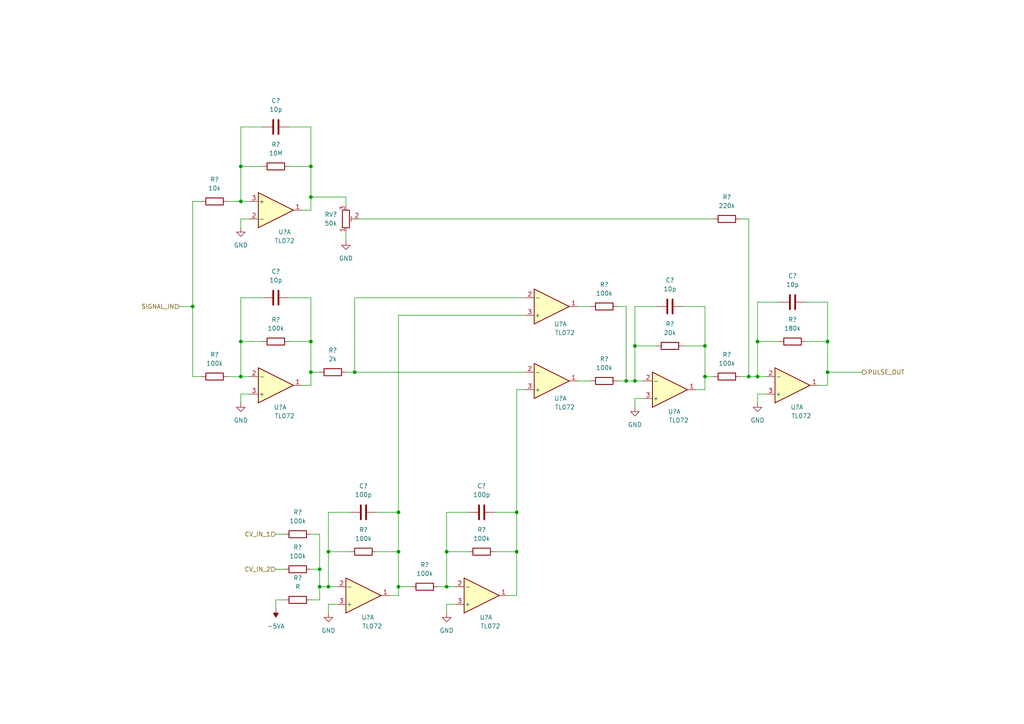
<source format=kicad_sch>
(kicad_sch (version 20211123) (generator eeschema)
  (paper "A4")
  (lib_symbols
    (symbol "Amplifier_Operational:TL072" (pin_names (offset 0.127))
      (property "Reference" "U" (at 0 5.08 0))
      (property "Value" "TL072" (at 0 -5.08 0))
      (symbol "TL072_1_1"
        (polyline (pts (xy -5.08 5.08) (xy 5.08 0) (xy -5.08 -5.08) (xy -5.08 5.08)) (stroke (width 0.254)) (fill (type background)))
        (pin output line (at 7.62 0 180) (length 2.54) (name "~") (number "1"))
        (pin input line (at -7.62 -2.54 0) (length 2.54) (name "-") (number "2"))
        (pin input line (at -7.62 2.54 0) (length 2.54) (name "+") (number "3"))
      )
      (symbol "TL072_2_1"
        (polyline (pts (xy -5.08 5.08) (xy 5.08 0) (xy -5.08 -5.08) (xy -5.08 5.08)) (stroke (width 0.254)) (fill (type background)))
        (pin input line (at -7.62 2.54 0) (length 2.54) (name "+") (number "5"))
        (pin input line (at -7.62 -2.54 0) (length 2.54) (name "-") (number "6"))
        (pin output line (at 7.62 0 180) (length 2.54) (name "~") (number "7"))
      )
      (symbol "TL072_3_1"
        (pin power_in line (at -2.54 -7.62 90) (length 3.81) (name "V-") (number "4"))
        (pin power_in line (at -2.54 7.62 270) (length 3.81) (name "V+") (number "8"))
      )
    )
    (symbol "Device:C" (pin_numbers hide) (pin_names (offset 0.254))
      (property "Reference" "C" (at 0.635 2.54 0))
      (property "Value" "C" (at 0.635 -2.54 0))
      (symbol "C_0_1"
        (polyline (pts (xy -2.032 -0.762) (xy 2.032 -0.762)) (stroke (width 0.508)))
        (polyline (pts (xy -2.032 0.762) (xy 2.032 0.762)) (stroke (width 0.508)))
      )
      (symbol "C_1_1"
        (pin passive line (at 0 3.81 270) (length 2.794) (name "~") (number "1"))
        (pin passive line (at 0 -3.81 90) (length 2.794) (name "~") (number "2"))
      )
    )
    (symbol "Device:R" (pin_numbers hide) (pin_names (offset 0))
      (property "Reference" "R" (at 2.032 0 90))
      (property "Value" "R" (at 0 0 90))
      (symbol "R_0_1"
        (rectangle (start -1.016 -2.54) (end 1.016 2.54) (stroke (width 0.254)))
      )
      (symbol "R_1_1"
        (pin passive line (at 0 3.81 270) (length 1.27) (name "~") (number "1"))
        (pin passive line (at 0 -3.81 90) (length 1.27) (name "~") (number "2"))
      )
    )
    (symbol "Device:R_Potentiometer_Trim" (pin_names (offset 1.016) hide)
      (property "Reference" "RV" (at -4.445 0 90))
      (property "Value" "R_Potentiometer_Trim" (at -2.54 0 90))
      (symbol "R_Potentiometer_Trim_0_1"
        (polyline (pts (xy 1.524 0.762) (xy 1.524 -0.762)))
        (polyline (pts (xy 2.54 0) (xy 1.524 0)))
        (rectangle (start 1.016 2.54) (end -1.016 -2.54) (stroke (width 0.254)))
      )
      (symbol "R_Potentiometer_Trim_1_1"
        (pin passive line (at 0 3.81 270) (length 1.27) (name "1") (number "1"))
        (pin passive line (at 3.81 0 180) (length 1.27) (name "2") (number "2"))
        (pin passive line (at 0 -3.81 90) (length 1.27) (name "3") (number "3"))
      )
    )
    (symbol "power:-5VA" (power) (pin_names (offset 0))
      (property "Value" "-5VA" (at 0 3.81 0))
      (symbol "-5VA_0_0"
        (pin power_in line (at 0 0 90) (length 0) hide (name "-5VA") (number "1"))
      )
      (symbol "-5VA_0_1"
        (polyline (pts (xy 0 0) (xy 0 1.27) (xy 0.762 1.27) (xy 0 2.54) (xy -0.762 1.27) (xy 0 1.27)) (fill (type outline)))
      )
    )
    (symbol "power:GND" (power) (pin_names (offset 0))
      (property "Value" "GND" (at 0 -3.81 0))
      (symbol "GND_0_1"
        (polyline (pts (xy 0 0) (xy 0 -1.27) (xy 1.27 -1.27) (xy 0 -2.54) (xy -1.27 -1.27) (xy 0 -1.27)))
      )
      (symbol "GND_1_1"
        (pin power_in line (at 0 0 270) (length 0) hide (name "GND") (number "1"))
      )
    )
  )
  (junction (at 115.57 160.02))
  (junction (at 92.71 170.18))
  (junction (at 184.15 110.49))
  (junction (at 55.88 88.9))
  (junction (at 95.25 160.02))
  (junction (at 204.47 109.22))
  (junction (at 92.71 165.1))
  (junction (at 181.61 110.49))
  (junction (at 95.25 170.18))
  (junction (at 115.57 170.18))
  (junction (at 240.03 99.06))
  (junction (at 90.17 57.15))
  (junction (at 217.17 109.22))
  (junction (at 204.47 100.33))
  (junction (at 69.85 109.22))
  (junction (at 149.86 148.59))
  (junction (at 90.17 99.06))
  (junction (at 149.86 160.02))
  (junction (at 129.54 170.18))
  (junction (at 69.85 99.06))
  (junction (at 102.87 107.95))
  (junction (at 115.57 148.59))
  (junction (at 219.71 109.22))
  (junction (at 90.17 48.26))
  (junction (at 240.03 107.95))
  (junction (at 219.71 99.06))
  (junction (at 90.17 107.95))
  (junction (at 69.85 48.26))
  (junction (at 69.85 58.42))
  (junction (at 184.15 100.33))
  (junction (at 129.54 160.02))
  (wire (pts (xy 87.63 60.96) (xy 90.17 60.96)))
  (wire (pts (xy 100.33 107.95) (xy 102.87 107.95)))
  (wire (pts (xy 90.17 99.06) (xy 83.82 99.06)))
  (wire (pts (xy 204.47 109.22) (xy 204.47 100.33)))
  (wire (pts (xy 214.63 109.22) (xy 217.17 109.22)))
  (wire (pts (xy 226.06 99.06) (xy 219.71 99.06)))
  (wire (pts (xy 113.03 172.72) (xy 115.57 172.72)))
  (wire (pts (xy 90.17 36.83) (xy 90.17 48.26)))
  (wire (pts (xy 204.47 88.9) (xy 204.47 100.33)))
  (wire (pts (xy 55.88 109.22) (xy 58.42 109.22)))
  (wire (pts (xy 100.33 67.31) (xy 100.33 69.85)))
  (wire (pts (xy 100.33 57.15) (xy 100.33 59.69)))
  (wire (pts (xy 83.82 36.83) (xy 90.17 36.83)))
  (wire (pts (xy 76.2 86.36) (xy 69.85 86.36)))
  (wire (pts (xy 219.71 87.63) (xy 219.71 99.06)))
  (wire (pts (xy 66.04 109.22) (xy 69.85 109.22)))
  (wire (pts (xy 69.85 99.06) (xy 76.2 99.06)))
  (wire (pts (xy 92.71 154.94) (xy 92.71 165.1)))
  (wire (pts (xy 240.03 99.06) (xy 233.68 99.06)))
  (wire (pts (xy 72.39 58.42) (xy 69.85 58.42)))
  (wire (pts (xy 219.71 116.84) (xy 219.71 114.3)))
  (wire (pts (xy 149.86 148.59) (xy 149.86 160.02)))
  (wire (pts (xy 190.5 88.9) (xy 184.15 88.9)))
  (wire (pts (xy 167.64 88.9) (xy 171.45 88.9)))
  (wire (pts (xy 201.93 113.03) (xy 204.47 113.03)))
  (wire (pts (xy 90.17 48.26) (xy 83.82 48.26)))
  (wire (pts (xy 149.86 160.02) (xy 149.86 172.72)))
  (wire (pts (xy 90.17 99.06) (xy 90.17 86.36)))
  (wire (pts (xy 135.89 160.02) (xy 129.54 160.02)))
  (wire (pts (xy 184.15 100.33) (xy 184.15 110.49)))
  (wire (pts (xy 129.54 160.02) (xy 129.54 170.18)))
  (wire (pts (xy 69.85 86.36) (xy 69.85 99.06)))
  (wire (pts (xy 92.71 170.18) (xy 95.25 170.18)))
  (wire (pts (xy 240.03 107.95) (xy 250.19 107.95)))
  (wire (pts (xy 80.01 165.1) (xy 82.55 165.1)))
  (wire (pts (xy 217.17 109.22) (xy 219.71 109.22)))
  (wire (pts (xy 179.07 110.49) (xy 181.61 110.49)))
  (wire (pts (xy 69.85 109.22) (xy 69.85 99.06)))
  (wire (pts (xy 87.63 111.76) (xy 90.17 111.76)))
  (wire (pts (xy 149.86 148.59) (xy 149.86 113.03)))
  (wire (pts (xy 95.25 160.02) (xy 95.25 170.18)))
  (wire (pts (xy 69.85 63.5) (xy 72.39 63.5)))
  (wire (pts (xy 76.2 36.83) (xy 69.85 36.83)))
  (wire (pts (xy 55.88 58.42) (xy 55.88 88.9)))
  (wire (pts (xy 115.57 160.02) (xy 115.57 170.18)))
  (wire (pts (xy 69.85 63.5) (xy 69.85 66.04)))
  (wire (pts (xy 92.71 170.18) (xy 92.71 165.1)))
  (wire (pts (xy 90.17 154.94) (xy 92.71 154.94)))
  (wire (pts (xy 69.85 48.26) (xy 76.2 48.26)))
  (wire (pts (xy 184.15 88.9) (xy 184.15 100.33)))
  (wire (pts (xy 52.07 88.9) (xy 55.88 88.9)))
  (wire (pts (xy 115.57 148.59) (xy 115.57 160.02)))
  (wire (pts (xy 181.61 88.9) (xy 181.61 110.49)))
  (wire (pts (xy 184.15 115.57) (xy 186.69 115.57)))
  (wire (pts (xy 95.25 177.8) (xy 95.25 175.26)))
  (wire (pts (xy 219.71 114.3) (xy 222.25 114.3)))
  (wire (pts (xy 152.4 86.36) (xy 102.87 86.36)))
  (wire (pts (xy 104.14 63.5) (xy 207.01 63.5)))
  (wire (pts (xy 90.17 107.95) (xy 92.71 107.95)))
  (wire (pts (xy 90.17 107.95) (xy 90.17 99.06)))
  (wire (pts (xy 92.71 173.99) (xy 92.71 170.18)))
  (wire (pts (xy 55.88 88.9) (xy 55.88 109.22)))
  (wire (pts (xy 115.57 170.18) (xy 119.38 170.18)))
  (wire (pts (xy 90.17 173.99) (xy 92.71 173.99)))
  (wire (pts (xy 109.22 148.59) (xy 115.57 148.59)))
  (wire (pts (xy 149.86 113.03) (xy 152.4 113.03)))
  (wire (pts (xy 149.86 160.02) (xy 143.51 160.02)))
  (wire (pts (xy 240.03 111.76) (xy 240.03 107.95)))
  (wire (pts (xy 115.57 170.18) (xy 115.57 172.72)))
  (wire (pts (xy 217.17 63.5) (xy 217.17 109.22)))
  (wire (pts (xy 90.17 60.96) (xy 90.17 57.15)))
  (wire (pts (xy 167.64 110.49) (xy 171.45 110.49)))
  (wire (pts (xy 95.25 170.18) (xy 97.79 170.18)))
  (wire (pts (xy 102.87 86.36) (xy 102.87 107.95)))
  (wire (pts (xy 135.89 148.59) (xy 129.54 148.59)))
  (wire (pts (xy 204.47 100.33) (xy 198.12 100.33)))
  (wire (pts (xy 240.03 107.95) (xy 240.03 99.06)))
  (wire (pts (xy 129.54 170.18) (xy 132.08 170.18)))
  (wire (pts (xy 115.57 91.44) (xy 152.4 91.44)))
  (wire (pts (xy 237.49 111.76) (xy 240.03 111.76)))
  (wire (pts (xy 129.54 177.8) (xy 129.54 175.26)))
  (wire (pts (xy 83.82 86.36) (xy 90.17 86.36)))
  (wire (pts (xy 115.57 160.02) (xy 109.22 160.02)))
  (wire (pts (xy 58.42 58.42) (xy 55.88 58.42)))
  (wire (pts (xy 72.39 109.22) (xy 69.85 109.22)))
  (wire (pts (xy 219.71 99.06) (xy 219.71 109.22)))
  (wire (pts (xy 181.61 110.49) (xy 184.15 110.49)))
  (wire (pts (xy 115.57 148.59) (xy 115.57 91.44)))
  (wire (pts (xy 95.25 175.26) (xy 97.79 175.26)))
  (wire (pts (xy 190.5 100.33) (xy 184.15 100.33)))
  (wire (pts (xy 147.32 172.72) (xy 149.86 172.72)))
  (wire (pts (xy 240.03 87.63) (xy 240.03 99.06)))
  (wire (pts (xy 219.71 109.22) (xy 222.25 109.22)))
  (wire (pts (xy 198.12 88.9) (xy 204.47 88.9)))
  (wire (pts (xy 204.47 113.03) (xy 204.47 109.22)))
  (wire (pts (xy 226.06 87.63) (xy 219.71 87.63)))
  (wire (pts (xy 90.17 165.1) (xy 92.71 165.1)))
  (wire (pts (xy 90.17 111.76) (xy 90.17 107.95)))
  (wire (pts (xy 204.47 109.22) (xy 207.01 109.22)))
  (wire (pts (xy 69.85 116.84) (xy 69.85 114.3)))
  (wire (pts (xy 80.01 173.99) (xy 82.55 173.99)))
  (wire (pts (xy 69.85 36.83) (xy 69.85 48.26)))
  (wire (pts (xy 69.85 114.3) (xy 72.39 114.3)))
  (wire (pts (xy 214.63 63.5) (xy 217.17 63.5)))
  (wire (pts (xy 129.54 148.59) (xy 129.54 160.02)))
  (wire (pts (xy 80.01 154.94) (xy 82.55 154.94)))
  (wire (pts (xy 127 170.18) (xy 129.54 170.18)))
  (wire (pts (xy 184.15 118.11) (xy 184.15 115.57)))
  (wire (pts (xy 101.6 160.02) (xy 95.25 160.02)))
  (wire (pts (xy 184.15 110.49) (xy 186.69 110.49)))
  (wire (pts (xy 80.01 176.53) (xy 80.01 173.99)))
  (wire (pts (xy 233.68 87.63) (xy 240.03 87.63)))
  (wire (pts (xy 102.87 107.95) (xy 152.4 107.95)))
  (wire (pts (xy 101.6 148.59) (xy 95.25 148.59)))
  (wire (pts (xy 143.51 148.59) (xy 149.86 148.59)))
  (wire (pts (xy 95.25 148.59) (xy 95.25 160.02)))
  (wire (pts (xy 129.54 175.26) (xy 132.08 175.26)))
  (wire (pts (xy 69.85 58.42) (xy 69.85 48.26)))
  (wire (pts (xy 90.17 57.15) (xy 90.17 48.26)))
  (wire (pts (xy 66.04 58.42) (xy 69.85 58.42)))
  (wire (pts (xy 179.07 88.9) (xy 181.61 88.9)))
  (wire (pts (xy 90.17 57.15) (xy 100.33 57.15)))
  (hierarchical_label "CV_IN_1" (shape input) (at 80.01 154.94 180))
  (hierarchical_label "SIGNAL_IN" (shape input) (at 52.07 88.9 180))
  (hierarchical_label "PULSE_OUT" (shape output) (at 250.19 107.95 0))
  (hierarchical_label "CV_IN_2" (shape input) (at 80.01 165.1 180))
  (symbol (lib_id "Device:C") (at 194.31 88.9 90) (unit 1)
    (property "Reference" "C?" (at 194.31 81.28 90))
    (property "Value" "10p" (at 194.31 83.82 90))
  )
  (symbol (lib_id "Device:R") (at 86.36 154.94 90) (unit 1)
    (property "Reference" "R?" (at 86.36 148.59 90))
    (property "Value" "100k" (at 86.36 151.13 90))
  )
  (symbol (lib_id "Device:C") (at 139.7 148.59 90) (unit 1)
    (property "Reference" "C?" (at 139.7 140.97 90))
    (property "Value" "100p" (at 139.7 143.51 90))
  )
  (symbol (lib_id "Device:R") (at 194.31 100.33 90) (unit 1)
    (property "Reference" "R?" (at 194.31 93.98 90))
    (property "Value" "20k" (at 194.31 96.52 90))
  )
  (symbol (lib_id "Amplifier_Operational:TL072") (at 160.02 110.49 0) (mirror x) (unit 1)
    (property "Reference" "U?" (at 162.56 115.57 0))
    (property "Value" "TL072" (at 163.83 118.11 0))
    (property "Datasheet" "http://www.ti.com/lit/ds/symlink/tl071.pdf" (effects hide))
  )
  (symbol (lib_id "Amplifier_Operational:TL072") (at 105.41 172.72 0) (mirror x) (unit 1)
    (property "Reference" "U?" (at 106.68 179.07 0))
    (property "Value" "TL072" (at 107.95 181.61 0))
    (property "Datasheet" "http://www.ti.com/lit/ds/symlink/tl071.pdf" (effects hide))
  )
  (symbol (lib_id "power:GND") (at 219.71 116.84 0) (unit 1)
    (property "Reference" "#PWR?" (effects hide))
    (property "Value" "GND" (at 219.71 121.92 0))
  )
  (symbol (lib_id "Device:R") (at 80.01 48.26 90) (unit 1)
    (property "Reference" "R?" (at 80.01 41.91 90))
    (property "Value" "10M" (at 80.01 44.45 90))
  )
  (symbol (lib_id "Device:R") (at 175.26 88.9 90) (unit 1)
    (property "Reference" "R?" (at 175.26 82.55 90))
    (property "Value" "100k" (at 175.26 85.09 90))
  )
  (symbol (lib_id "Device:R") (at 62.23 109.22 90) (unit 1)
    (property "Reference" "R?" (at 62.23 102.87 90))
    (property "Value" "100k" (at 62.23 105.41 90))
  )
  (symbol (lib_id "Device:R") (at 96.52 107.95 90) (unit 1)
    (property "Reference" "R?" (at 96.52 101.6 90))
    (property "Value" "2k" (at 96.52 104.14 90))
  )
  (symbol (lib_id "Device:R") (at 229.87 99.06 90) (unit 1)
    (property "Reference" "R?" (at 229.87 92.71 90))
    (property "Value" "180k" (at 229.87 95.25 90))
  )
  (symbol (lib_id "power:GND") (at 129.54 177.8 0) (unit 1)
    (property "Reference" "#PWR?" (effects hide))
    (property "Value" "GND" (at 129.54 182.88 0))
  )
  (symbol (lib_id "power:GND") (at 95.25 177.8 0) (unit 1)
    (property "Reference" "#PWR?" (effects hide))
    (property "Value" "GND" (at 95.25 182.88 0))
  )
  (symbol (lib_id "power:GND") (at 69.85 116.84 0) (unit 1)
    (property "Reference" "#PWR?" (effects hide))
    (property "Value" "GND" (at 69.85 121.92 0))
  )
  (symbol (lib_id "Device:R") (at 175.26 110.49 90) (unit 1)
    (property "Reference" "R?" (at 175.26 104.14 90))
    (property "Value" "100k" (at 175.26 106.68 90))
  )
  (symbol (lib_id "Amplifier_Operational:TL072") (at 80.01 111.76 0) (mirror x) (unit 1)
    (property "Reference" "U?" (at 81.28 118.11 0))
    (property "Value" "TL072" (at 82.55 120.65 0))
    (property "Datasheet" "http://www.ti.com/lit/ds/symlink/tl071.pdf" (effects hide))
  )
  (symbol (lib_id "Device:C") (at 80.01 86.36 90) (unit 1)
    (property "Reference" "C?" (at 80.01 78.74 90))
    (property "Value" "10p" (at 80.01 81.28 90))
  )
  (symbol (lib_id "Amplifier_Operational:TL072") (at 160.02 88.9 0) (mirror x) (unit 1)
    (property "Reference" "U?" (at 162.56 93.98 0))
    (property "Value" "TL072" (at 163.83 96.52 0))
    (property "Datasheet" "http://www.ti.com/lit/ds/symlink/tl071.pdf" (effects hide))
  )
  (symbol (lib_id "Device:R_Potentiometer_Trim") (at 100.33 63.5 0) (mirror x) (unit 1)
    (property "Reference" "RV?" (at 97.79 62.2299 0) (effects (justify right)))
    (property "Value" "50k" (at 97.79 64.7699 0) (effects (justify right)))
  )
  (symbol (lib_id "Device:R") (at 210.82 63.5 90) (unit 1)
    (property "Reference" "R?" (at 210.82 57.15 90))
    (property "Value" "220k" (at 210.82 59.69 90))
  )
  (symbol (lib_id "Amplifier_Operational:TL072") (at 229.87 111.76 0) (mirror x) (unit 1)
    (property "Reference" "U?" (at 231.14 118.11 0))
    (property "Value" "TL072" (at 232.41 120.65 0))
    (property "Datasheet" "http://www.ti.com/lit/ds/symlink/tl071.pdf" (effects hide))
  )
  (symbol (lib_id "Device:C") (at 229.87 87.63 90) (unit 1)
    (property "Reference" "C?" (at 229.87 80.01 90))
    (property "Value" "10p" (at 229.87 82.55 90))
  )
  (symbol (lib_id "power:GND") (at 69.85 66.04 0) (unit 1)
    (property "Reference" "#PWR?" (effects hide))
    (property "Value" "GND" (at 69.85 71.12 0))
  )
  (symbol (lib_id "power:GND") (at 184.15 118.11 0) (unit 1)
    (property "Reference" "#PWR?" (effects hide))
    (property "Value" "GND" (at 184.15 123.19 0))
  )
  (symbol (lib_id "Device:C") (at 80.01 36.83 90) (unit 1)
    (property "Reference" "C?" (at 80.01 29.21 90))
    (property "Value" "10p" (at 80.01 31.75 90))
  )
  (symbol (lib_id "Device:C") (at 105.41 148.59 90) (unit 1)
    (property "Reference" "C?" (at 105.41 140.97 90))
    (property "Value" "100p" (at 105.41 143.51 90))
  )
  (symbol (lib_id "Device:R") (at 86.36 165.1 90) (unit 1)
    (property "Reference" "R?" (at 86.36 158.75 90))
    (property "Value" "100k" (at 86.36 161.29 90))
  )
  (symbol (lib_id "Device:R") (at 62.23 58.42 90) (unit 1)
    (property "Reference" "R?" (at 62.23 52.07 90))
    (property "Value" "10k" (at 62.23 54.61 90))
  )
  (symbol (lib_id "Amplifier_Operational:TL072") (at 80.01 60.96 0) (unit 1)
    (property "Reference" "U?" (at 82.55 67.31 0))
    (property "Value" "TL072" (at 82.55 69.85 0))
    (property "Datasheet" "http://www.ti.com/lit/ds/symlink/tl071.pdf" (effects hide))
  )
  (symbol (lib_id "power:GND") (at 100.33 69.85 0) (unit 1)
    (property "Reference" "#PWR?" (effects hide))
    (property "Value" "GND" (at 100.33 74.93 0))
  )
  (symbol (lib_id "Device:R") (at 86.36 173.99 90) (unit 1)
    (property "Reference" "R?" (at 86.36 167.64 90))
    (property "Value" "R" (at 86.36 170.18 90))
  )
  (symbol (lib_id "Device:R") (at 139.7 160.02 90) (unit 1)
    (property "Reference" "R?" (at 139.7 153.67 90))
    (property "Value" "100k" (at 139.7 156.21 90))
  )
  (symbol (lib_id "Amplifier_Operational:TL072") (at 194.31 113.03 0) (mirror x) (unit 1)
    (property "Reference" "U?" (at 195.58 119.38 0))
    (property "Value" "TL072" (at 196.85 121.92 0))
    (property "Datasheet" "http://www.ti.com/lit/ds/symlink/tl071.pdf" (effects hide))
  )
  (symbol (lib_id "power:-5VA") (at 80.01 176.53 180) (unit 1)
    (property "Reference" "#PWR?" (effects hide))
    (property "Value" "-5VA" (at 80.01 181.61 0))
  )
  (symbol (lib_id "Device:R") (at 105.41 160.02 90) (unit 1)
    (property "Reference" "R?" (at 105.41 153.67 90))
    (property "Value" "100k" (at 105.41 156.21 90))
  )
  (symbol (lib_id "Device:R") (at 210.82 109.22 90) (unit 1)
    (property "Reference" "R?" (at 210.82 102.87 90))
    (property "Value" "100k" (at 210.82 105.41 90))
  )
  (symbol (lib_id "Device:R") (at 80.01 99.06 90) (unit 1)
    (property "Reference" "R?" (at 80.01 92.71 90))
    (property "Value" "100k" (at 80.01 95.25 90))
  )
  (symbol (lib_id "Amplifier_Operational:TL072") (at 139.7 172.72 0) (mirror x) (unit 1)
    (property "Reference" "U?" (at 140.97 179.07 0))
    (property "Value" "TL072" (at 142.24 181.61 0))
    (property "Datasheet" "http://www.ti.com/lit/ds/symlink/tl071.pdf" (effects hide))
  )
  (symbol (lib_id "Device:R") (at 123.19 170.18 90) (unit 1)
    (property "Reference" "R?" (at 123.19 163.83 90))
    (property "Value" "100k" (at 123.19 166.37 90))
  )
)
</source>
